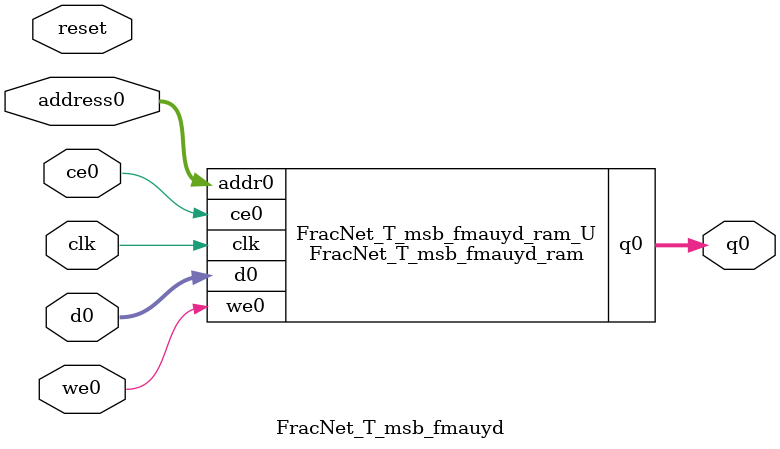
<source format=v>
`timescale 1 ns / 1 ps
module FracNet_T_msb_fmauyd_ram (addr0, ce0, d0, we0, q0,  clk);

parameter DWIDTH = 64;
parameter AWIDTH = 11;
parameter MEM_SIZE = 1089;

input[AWIDTH-1:0] addr0;
input ce0;
input[DWIDTH-1:0] d0;
input we0;
output reg[DWIDTH-1:0] q0;
input clk;

(* ram_style = "block" *)reg [DWIDTH-1:0] ram[0:MEM_SIZE-1];




always @(posedge clk)  
begin 
    if (ce0) begin
        if (we0) 
            ram[addr0] <= d0; 
        q0 <= ram[addr0];
    end
end


endmodule

`timescale 1 ns / 1 ps
module FracNet_T_msb_fmauyd(
    reset,
    clk,
    address0,
    ce0,
    we0,
    d0,
    q0);

parameter DataWidth = 32'd64;
parameter AddressRange = 32'd1089;
parameter AddressWidth = 32'd11;
input reset;
input clk;
input[AddressWidth - 1:0] address0;
input ce0;
input we0;
input[DataWidth - 1:0] d0;
output[DataWidth - 1:0] q0;



FracNet_T_msb_fmauyd_ram FracNet_T_msb_fmauyd_ram_U(
    .clk( clk ),
    .addr0( address0 ),
    .ce0( ce0 ),
    .we0( we0 ),
    .d0( d0 ),
    .q0( q0 ));

endmodule


</source>
